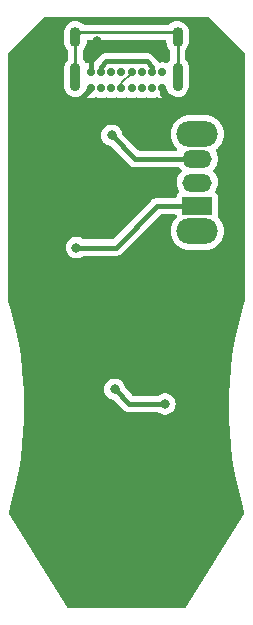
<source format=gbl>
G04 #@! TF.GenerationSoftware,KiCad,Pcbnew,7.0.9-7.0.9~ubuntu22.04.1*
G04 #@! TF.CreationDate,2023-12-24T14:58:38+01:00*
G04 #@! TF.ProjectId,UPDI programmer,55504449-2070-4726-9f67-72616d6d6572,rev?*
G04 #@! TF.SameCoordinates,Original*
G04 #@! TF.FileFunction,Copper,L2,Bot*
G04 #@! TF.FilePolarity,Positive*
%FSLAX46Y46*%
G04 Gerber Fmt 4.6, Leading zero omitted, Abs format (unit mm)*
G04 Created by KiCad (PCBNEW 7.0.9-7.0.9~ubuntu22.04.1) date 2023-12-24 14:58:38*
%MOMM*%
%LPD*%
G01*
G04 APERTURE LIST*
G04 #@! TA.AperFunction,ComponentPad*
%ADD10C,0.700000*%
G04 #@! TD*
G04 #@! TA.AperFunction,ComponentPad*
%ADD11O,0.900000X2.400000*%
G04 #@! TD*
G04 #@! TA.AperFunction,ComponentPad*
%ADD12O,0.900000X1.700000*%
G04 #@! TD*
G04 #@! TA.AperFunction,ComponentPad*
%ADD13O,3.500000X2.200000*%
G04 #@! TD*
G04 #@! TA.AperFunction,ComponentPad*
%ADD14R,2.500000X1.500000*%
G04 #@! TD*
G04 #@! TA.AperFunction,ComponentPad*
%ADD15O,2.500000X1.500000*%
G04 #@! TD*
G04 #@! TA.AperFunction,ViaPad*
%ADD16C,0.800000*%
G04 #@! TD*
G04 #@! TA.AperFunction,Conductor*
%ADD17C,0.400000*%
G04 #@! TD*
G04 #@! TA.AperFunction,Conductor*
%ADD18C,0.200000*%
G04 #@! TD*
G04 #@! TA.AperFunction,Conductor*
%ADD19C,0.250000*%
G04 #@! TD*
G04 APERTURE END LIST*
D10*
G04 #@! TO.P,J1,A1,GND*
G04 #@! TO.N,GND*
X2975000Y43975000D03*
G04 #@! TO.P,J1,A4,VBUS*
G04 #@! TO.N,Net-(F1-Pad2)*
X2125000Y43975000D03*
G04 #@! TO.P,J1,A5,CC1*
G04 #@! TO.N,Net-(J1-CC1)*
X1275000Y43975000D03*
G04 #@! TO.P,J1,A6,D+*
G04 #@! TO.N,D+*
X425000Y43975000D03*
G04 #@! TO.P,J1,A7,D-*
G04 #@! TO.N,D-*
X-425000Y43975000D03*
G04 #@! TO.P,J1,A8,SBU1*
G04 #@! TO.N,unconnected-(J1-SBU1-PadA8)*
X-1275000Y43975000D03*
G04 #@! TO.P,J1,A9,VBUS*
G04 #@! TO.N,Net-(F1-Pad2)*
X-2125000Y43975000D03*
G04 #@! TO.P,J1,A12,GND*
G04 #@! TO.N,GND*
X-2975000Y43975000D03*
G04 #@! TO.P,J1,B1,GND*
X-2975000Y45325000D03*
G04 #@! TO.P,J1,B4,VBUS*
G04 #@! TO.N,Net-(F1-Pad2)*
X-2125000Y45325000D03*
G04 #@! TO.P,J1,B5,CC2*
G04 #@! TO.N,Net-(J1-CC2)*
X-1275000Y45325000D03*
G04 #@! TO.P,J1,B6,D+*
G04 #@! TO.N,D+*
X-425000Y45325000D03*
G04 #@! TO.P,J1,B7,D-*
G04 #@! TO.N,D-*
X425000Y45325000D03*
G04 #@! TO.P,J1,B8,SBU2*
G04 #@! TO.N,unconnected-(J1-SBU2-PadB8)*
X1275000Y45325000D03*
G04 #@! TO.P,J1,B9,VBUS*
G04 #@! TO.N,Net-(F1-Pad2)*
X2125000Y45325000D03*
G04 #@! TO.P,J1,B12,GND*
G04 #@! TO.N,GND*
X2975000Y45325000D03*
D11*
G04 #@! TO.P,J1,S1,SHIELD*
G04 #@! TO.N,Net-(J1-SHIELD)*
X4325000Y44955000D03*
D12*
X4325000Y48335000D03*
D11*
X-4325000Y44955000D03*
D12*
X-4325000Y48335000D03*
G04 #@! TD*
D13*
G04 #@! TO.P,SW1,*
G04 #@! TO.N,*
X6000000Y31900000D03*
X6000000Y40100000D03*
D14*
G04 #@! TO.P,SW1,1,C*
G04 #@! TO.N,+3.3V*
X6000000Y34000000D03*
D15*
G04 #@! TO.P,SW1,2,B*
G04 #@! TO.N,VCC*
X6000000Y36000000D03*
G04 #@! TO.P,SW1,3,A*
G04 #@! TO.N,+5V*
X6000000Y38000000D03*
G04 #@! TD*
D16*
G04 #@! TO.N,GND*
X6500000Y27750000D03*
X8115932Y38350925D03*
X-4391691Y2973414D03*
X-6250000Y43250000D03*
X-2500000Y48000000D03*
X-6659203Y7868847D03*
X4250000Y42000000D03*
X5923966Y15099120D03*
X6250000Y47750000D03*
X0Y10750000D03*
X-6500000Y37500000D03*
X5826613Y8094036D03*
X-4500000Y42500000D03*
X3079411Y35727416D03*
X-7123044Y48126763D03*
X-2000000Y32000000D03*
X3000000Y47000000D03*
X-6573889Y15193648D03*
X4250000Y18500000D03*
X-6923900Y30993754D03*
X-4750000Y21750000D03*
X-7178161Y23108929D03*
G04 #@! TO.N,+5V*
X-1250000Y40000000D03*
G04 #@! TO.N,+3.3V*
X-4250000Y30500000D03*
G04 #@! TO.N,VCC*
X3250000Y17250000D03*
X-1000000Y18500000D03*
G04 #@! TD*
D17*
G04 #@! TO.N,GND*
X-3025000Y43975000D02*
X-4500000Y42500000D01*
X4250000Y42250000D02*
X4250000Y42000000D01*
X-2975000Y43975000D02*
X-3025000Y43975000D01*
X2975000Y43975000D02*
X2975000Y43525000D01*
X-2975000Y47525000D02*
X-2500000Y48000000D01*
X2975000Y43525000D02*
X4250000Y42250000D01*
X-2975000Y45325000D02*
X-2975000Y47525000D01*
G04 #@! TO.N,+5V*
X750000Y38000000D02*
X-1250000Y40000000D01*
X6000000Y38000000D02*
X750000Y38000000D01*
G04 #@! TO.N,+3.3V*
X2600000Y34000000D02*
X6000000Y34000000D01*
X-4250000Y30500000D02*
X-900000Y30500000D01*
X-900000Y30500000D02*
X2600000Y34000000D01*
D18*
G04 #@! TO.N,D-*
X425000Y45255761D02*
X-425000Y44405761D01*
X-425000Y44405761D02*
X-425000Y43975000D01*
X425000Y45325000D02*
X425000Y45255761D01*
D19*
G04 #@! TO.N,Net-(J1-SHIELD)*
X-3935000Y48725000D02*
X3935000Y48725000D01*
X-4325000Y44955000D02*
X-4325000Y48335000D01*
X-4325000Y48335000D02*
X-3935000Y48725000D01*
X4325000Y48335000D02*
X4325000Y44955000D01*
X3935000Y48725000D02*
X4325000Y48335000D01*
D17*
G04 #@! TO.N,VCC*
X3250000Y17250000D02*
X250000Y17250000D01*
X250000Y17250000D02*
X-1000000Y18500000D01*
G04 #@! TO.N,Net-(F1-Pad2)*
X-1694974Y46250000D02*
X-2125000Y45819974D01*
X2125000Y45325000D02*
X2125000Y45819974D01*
X1694974Y46250000D02*
X-1694974Y46250000D01*
X2125000Y45819974D02*
X1694974Y46250000D01*
X-2125000Y45819974D02*
X-2125000Y45325000D01*
G04 #@! TD*
G04 #@! TA.AperFunction,Conductor*
G04 #@! TO.N,GND*
G36*
X3317539Y48079815D02*
G01*
X3363294Y48027011D01*
X3374500Y47975500D01*
X3374500Y47886793D01*
X3389154Y47742678D01*
X3447022Y47558241D01*
X3447029Y47558226D01*
X3495253Y47471342D01*
X3540841Y47389209D01*
X3666760Y47242532D01*
X3666761Y47242531D01*
X3669585Y47239242D01*
X3698318Y47175553D01*
X3699500Y47158471D01*
X3699500Y46475041D01*
X3679815Y46408002D01*
X3660932Y46385167D01*
X3600083Y46327327D01*
X3600082Y46327325D01*
X3489645Y46168656D01*
X3489644Y46168654D01*
X3487920Y46164636D01*
X3443390Y46110794D01*
X3376821Y46089575D01*
X3323536Y46100262D01*
X3239108Y46137852D01*
X3064339Y46175000D01*
X2885664Y46175000D01*
X2833670Y46163949D01*
X2764003Y46169266D01*
X2710281Y46208766D01*
X2690622Y46233860D01*
X2688416Y46236859D01*
X2678797Y46250794D01*
X2653183Y46287903D01*
X2606742Y46329046D01*
X2604048Y46331582D01*
X2206573Y46729058D01*
X2204037Y46731752D01*
X2162903Y46778183D01*
X2162902Y46778184D01*
X2162898Y46778188D01*
X2111870Y46813409D01*
X2108861Y46815623D01*
X2060034Y46853876D01*
X2060029Y46853880D01*
X2050787Y46858039D01*
X2031240Y46869064D01*
X2022905Y46874817D01*
X2022906Y46874817D01*
X2022904Y46874818D01*
X1964912Y46896812D01*
X1961464Y46898241D01*
X1904904Y46923696D01*
X1894920Y46925526D01*
X1873317Y46931549D01*
X1863848Y46935140D01*
X1863844Y46935141D01*
X1802287Y46942616D01*
X1798586Y46943179D01*
X1737582Y46954358D01*
X1737577Y46954358D01*
X1675671Y46950613D01*
X1671926Y46950500D01*
X-1671926Y46950500D01*
X-1675671Y46950613D01*
X-1737578Y46954358D01*
X-1737585Y46954358D01*
X-1798588Y46943179D01*
X-1802289Y46942616D01*
X-1863846Y46935141D01*
X-1863853Y46935139D01*
X-1873327Y46931546D01*
X-1894925Y46925525D01*
X-1904905Y46923696D01*
X-1961455Y46898245D01*
X-1964914Y46896812D01*
X-2022903Y46874819D01*
X-2022911Y46874815D01*
X-2031253Y46869057D01*
X-2050785Y46858040D01*
X-2060028Y46853880D01*
X-2108839Y46815640D01*
X-2111854Y46813421D01*
X-2162902Y46778184D01*
X-2162909Y46778178D01*
X-2204039Y46731752D01*
X-2206606Y46729026D01*
X-2604034Y46331599D01*
X-2606760Y46329032D01*
X-2653182Y46287906D01*
X-2688415Y46236864D01*
X-2690634Y46233848D01*
X-2710283Y46208768D01*
X-2767123Y46168135D01*
X-2833673Y46163950D01*
X-2885664Y46175000D01*
X-3064339Y46175000D01*
X-3239111Y46137852D01*
X-3239112Y46137852D01*
X-3327045Y46098701D01*
X-3396295Y46089417D01*
X-3459572Y46119046D01*
X-3485899Y46151804D01*
X-3504341Y46185031D01*
X-3540841Y46250791D01*
X-3540842Y46250792D01*
X-3540843Y46250794D01*
X-3669586Y46400761D01*
X-3698318Y46464449D01*
X-3699500Y46481531D01*
X-3699500Y47164960D01*
X-3679815Y47231999D01*
X-3660931Y47254835D01*
X-3600083Y47312675D01*
X-3600083Y47312676D01*
X-3600081Y47312677D01*
X-3489647Y47471342D01*
X-3413413Y47648988D01*
X-3374500Y47838344D01*
X-3374500Y47975500D01*
X-3354815Y48042539D01*
X-3302011Y48088294D01*
X-3250500Y48099500D01*
X3250500Y48099500D01*
X3317539Y48079815D01*
G37*
G04 #@! TD.AperFunction*
G04 #@! TA.AperFunction,Conductor*
G36*
X7015469Y49979815D02*
G01*
X7036111Y49963181D01*
X9963181Y47036112D01*
X9996666Y46974789D01*
X9999500Y46948431D01*
X9999500Y26018274D01*
X9994270Y25982640D01*
X9845192Y25485753D01*
X9572006Y24446988D01*
X9334592Y23399468D01*
X9133228Y22344426D01*
X8968153Y21283100D01*
X8839559Y20216738D01*
X8747599Y19146596D01*
X8692379Y18073929D01*
X8673965Y17000000D01*
X8692379Y15926071D01*
X8747599Y14853404D01*
X8839559Y13783262D01*
X8968153Y12716900D01*
X9133228Y11655574D01*
X9334592Y10600532D01*
X9572006Y9553012D01*
X9845192Y8514247D01*
X9983327Y8053834D01*
X9983737Y7983965D01*
X9969709Y7952480D01*
X5036148Y58780D01*
X4983924Y12364D01*
X4930996Y500D01*
X-4930996Y500D01*
X-4998035Y20185D01*
X-5036148Y58780D01*
X-9969712Y7952483D01*
X-9988549Y8019762D01*
X-9983331Y8053827D01*
X-9845192Y8514247D01*
X-9572006Y9553012D01*
X-9334592Y10600532D01*
X-9133228Y11655574D01*
X-8968153Y12716900D01*
X-8839559Y13783262D01*
X-8747599Y14853404D01*
X-8692379Y15926071D01*
X-8673965Y17000000D01*
X-8692379Y18073929D01*
X-8714313Y18500000D01*
X-1905460Y18500000D01*
X-1885674Y18311744D01*
X-1885673Y18311741D01*
X-1827182Y18131723D01*
X-1827179Y18131716D01*
X-1732533Y17967784D01*
X-1717152Y17950702D01*
X-1605871Y17827112D01*
X-1452735Y17715852D01*
X-1452730Y17715849D01*
X-1279809Y17638858D01*
X-1279807Y17638858D01*
X-1279803Y17638856D01*
X-1124870Y17605925D01*
X-1063393Y17572734D01*
X-1062974Y17572317D01*
X-261601Y16770944D01*
X-259065Y16768250D01*
X-222390Y16726852D01*
X-217930Y16721818D01*
X-166894Y16686590D01*
X-163878Y16684370D01*
X-137510Y16663713D01*
X-115057Y16646122D01*
X-108155Y16643016D01*
X-105818Y16641964D01*
X-86267Y16630937D01*
X-77930Y16625182D01*
X-19935Y16603188D01*
X-16526Y16601777D01*
X30787Y16580483D01*
X40064Y16576307D01*
X40065Y16576307D01*
X40069Y16576305D01*
X50034Y16574479D01*
X71656Y16568452D01*
X74777Y16567269D01*
X81128Y16564860D01*
X126251Y16559382D01*
X142674Y16557387D01*
X146371Y16556825D01*
X207394Y16545642D01*
X262752Y16548991D01*
X269303Y16549387D01*
X273048Y16549500D01*
X2641844Y16549500D01*
X2708883Y16529815D01*
X2714729Y16525818D01*
X2797265Y16465852D01*
X2797270Y16465849D01*
X2970192Y16388858D01*
X2970197Y16388856D01*
X3155354Y16349500D01*
X3155355Y16349500D01*
X3344644Y16349500D01*
X3344646Y16349500D01*
X3529803Y16388856D01*
X3702730Y16465849D01*
X3855871Y16577112D01*
X3982533Y16717784D01*
X4077179Y16881716D01*
X4135674Y17061744D01*
X4155460Y17250000D01*
X4135674Y17438256D01*
X4077179Y17618284D01*
X3982533Y17782216D01*
X3855871Y17922888D01*
X3855870Y17922889D01*
X3702734Y18034149D01*
X3702729Y18034152D01*
X3529807Y18111143D01*
X3529802Y18111145D01*
X3384001Y18142135D01*
X3344646Y18150500D01*
X3155354Y18150500D01*
X3122897Y18143602D01*
X2970197Y18111145D01*
X2970192Y18111143D01*
X2797270Y18034152D01*
X2797265Y18034149D01*
X2714729Y17974182D01*
X2648923Y17950702D01*
X2641844Y17950500D01*
X591519Y17950500D01*
X524480Y17970185D01*
X503838Y17986819D01*
X-73497Y18564154D01*
X-106982Y18625477D01*
X-109135Y18638857D01*
X-114326Y18688256D01*
X-172821Y18868284D01*
X-267467Y19032216D01*
X-394129Y19172888D01*
X-394130Y19172889D01*
X-547266Y19284149D01*
X-547271Y19284152D01*
X-720193Y19361143D01*
X-720198Y19361145D01*
X-865999Y19392135D01*
X-905354Y19400500D01*
X-1094646Y19400500D01*
X-1127103Y19393602D01*
X-1279803Y19361145D01*
X-1279808Y19361143D01*
X-1452730Y19284152D01*
X-1452735Y19284149D01*
X-1605871Y19172889D01*
X-1732534Y19032215D01*
X-1827179Y18868285D01*
X-1827182Y18868278D01*
X-1885673Y18688260D01*
X-1885674Y18688256D01*
X-1905460Y18500000D01*
X-8714313Y18500000D01*
X-8747599Y19146596D01*
X-8839559Y20216738D01*
X-8968153Y21283100D01*
X-9133228Y22344426D01*
X-9334592Y23399468D01*
X-9572006Y24446988D01*
X-9845192Y25485753D01*
X-9994270Y25982640D01*
X-9999500Y26018274D01*
X-9999500Y30500000D01*
X-5155460Y30500000D01*
X-5135674Y30311744D01*
X-5135673Y30311741D01*
X-5077182Y30131723D01*
X-5077179Y30131716D01*
X-4982533Y29967784D01*
X-4878066Y29851762D01*
X-4855871Y29827112D01*
X-4702735Y29715852D01*
X-4702730Y29715849D01*
X-4529808Y29638858D01*
X-4529803Y29638856D01*
X-4344646Y29599500D01*
X-4344645Y29599500D01*
X-4155356Y29599500D01*
X-4155354Y29599500D01*
X-3970197Y29638856D01*
X-3797270Y29715849D01*
X-3781680Y29727177D01*
X-3714729Y29775818D01*
X-3648923Y29799298D01*
X-3641844Y29799500D01*
X-923048Y29799500D01*
X-919303Y29799387D01*
X-911958Y29798943D01*
X-857394Y29795642D01*
X-819686Y29802553D01*
X-796379Y29806823D01*
X-792675Y29807387D01*
X-774830Y29809554D01*
X-731128Y29814860D01*
X-721665Y29818450D01*
X-700039Y29824478D01*
X-699107Y29824649D01*
X-690068Y29826305D01*
X-633488Y29851771D01*
X-630058Y29853191D01*
X-572070Y29875182D01*
X-563734Y29880938D01*
X-544179Y29891966D01*
X-534943Y29896122D01*
X-486104Y29934387D01*
X-483124Y29936579D01*
X-432071Y29971817D01*
X-390935Y30018252D01*
X-388401Y30020944D01*
X2853837Y33263181D01*
X2915160Y33296666D01*
X2941518Y33299500D01*
X4127649Y33299500D01*
X4194688Y33279815D01*
X4240443Y33227011D01*
X4250939Y33188750D01*
X4256020Y33141473D01*
X4243612Y33072714D01*
X4217530Y33039372D01*
X4218227Y33038675D01*
X4214776Y33035224D01*
X4051161Y32843657D01*
X4051160Y32843654D01*
X3919533Y32628860D01*
X3823126Y32396111D01*
X3764317Y32151152D01*
X3744551Y31900000D01*
X3764317Y31648849D01*
X3823126Y31403890D01*
X3919533Y31171141D01*
X4051160Y30956347D01*
X4051161Y30956344D01*
X4051164Y30956341D01*
X4214776Y30764776D01*
X4363066Y30638125D01*
X4406343Y30601162D01*
X4406346Y30601161D01*
X4621140Y30469534D01*
X4853889Y30373127D01*
X5098852Y30314317D01*
X5254950Y30302032D01*
X5287116Y30299500D01*
X5287118Y30299500D01*
X6712884Y30299500D01*
X6742518Y30301833D01*
X6901148Y30314317D01*
X7146111Y30373127D01*
X7378859Y30469534D01*
X7593659Y30601164D01*
X7785224Y30764776D01*
X7948836Y30956341D01*
X8080466Y31171141D01*
X8176873Y31403889D01*
X8235683Y31648852D01*
X8255449Y31900000D01*
X8235683Y32151148D01*
X8176873Y32396111D01*
X8080466Y32628859D01*
X8080466Y32628860D01*
X7948839Y32843654D01*
X7948838Y32843657D01*
X7894298Y32907514D01*
X7785224Y33035224D01*
X7785221Y33035226D01*
X7785220Y33035228D01*
X7781779Y33038669D01*
X7782908Y33039799D01*
X7748545Y33092434D01*
X7743979Y33141478D01*
X7750499Y33202120D01*
X7750500Y33202127D01*
X7750499Y34797872D01*
X7744091Y34857483D01*
X7693796Y34992331D01*
X7693795Y34992332D01*
X7693793Y34992336D01*
X7607547Y35107545D01*
X7568401Y35136850D01*
X7526531Y35192784D01*
X7521547Y35262476D01*
X7539224Y35304424D01*
X7605635Y35405032D01*
X7694103Y35612012D01*
X7744191Y35831463D01*
X7754290Y36056330D01*
X7724075Y36279387D01*
X7654517Y36493464D01*
X7547852Y36691681D01*
X7407508Y36867666D01*
X7407507Y36867667D01*
X7363489Y36906125D01*
X7325955Y36965057D01*
X7326241Y37034926D01*
X7355448Y37085197D01*
X7363747Y37093877D01*
X7481632Y37217175D01*
X7605635Y37405032D01*
X7634181Y37471817D01*
X7694100Y37612005D01*
X7694099Y37612005D01*
X7694103Y37612012D01*
X7744191Y37831463D01*
X7754290Y38056330D01*
X7724075Y38279387D01*
X7654517Y38493464D01*
X7569313Y38651800D01*
X7554879Y38720163D01*
X7579697Y38785477D01*
X7597975Y38804850D01*
X7662878Y38860283D01*
X7785224Y38964776D01*
X7948836Y39156341D01*
X8080466Y39371141D01*
X8176873Y39603889D01*
X8235683Y39848852D01*
X8255449Y40100000D01*
X8235683Y40351148D01*
X8176873Y40596111D01*
X8145071Y40672889D01*
X8080466Y40828860D01*
X7948839Y41043654D01*
X7948838Y41043657D01*
X7911875Y41086934D01*
X7785224Y41235224D01*
X7658571Y41343396D01*
X7593656Y41398839D01*
X7593653Y41398840D01*
X7378859Y41530467D01*
X7146110Y41626874D01*
X6901150Y41685683D01*
X6712884Y41700500D01*
X6712882Y41700500D01*
X5287118Y41700500D01*
X5287116Y41700500D01*
X5098849Y41685683D01*
X4853889Y41626874D01*
X4621140Y41530467D01*
X4406346Y41398840D01*
X4406343Y41398839D01*
X4214776Y41235224D01*
X4051161Y41043657D01*
X4051160Y41043654D01*
X3919533Y40828860D01*
X3823126Y40596111D01*
X3764317Y40351152D01*
X3744551Y40100000D01*
X3764317Y39848849D01*
X3823126Y39603890D01*
X3919533Y39371141D01*
X4051160Y39156347D01*
X4051161Y39156344D01*
X4094222Y39105927D01*
X4214776Y38964776D01*
X4268619Y38918790D01*
X4306812Y38860283D01*
X4307310Y38790415D01*
X4269957Y38731369D01*
X4206610Y38701891D01*
X4188087Y38700500D01*
X1091519Y38700500D01*
X1024480Y38720185D01*
X1003838Y38736819D01*
X-323497Y40064154D01*
X-356982Y40125477D01*
X-359135Y40138857D01*
X-364326Y40188256D01*
X-422821Y40368284D01*
X-517467Y40532216D01*
X-644129Y40672888D01*
X-644130Y40672889D01*
X-797266Y40784149D01*
X-797271Y40784152D01*
X-970193Y40861143D01*
X-970198Y40861145D01*
X-1115999Y40892135D01*
X-1155354Y40900500D01*
X-1344646Y40900500D01*
X-1377103Y40893602D01*
X-1529803Y40861145D01*
X-1529808Y40861143D01*
X-1702730Y40784152D01*
X-1702735Y40784149D01*
X-1855871Y40672889D01*
X-1982534Y40532215D01*
X-2077179Y40368285D01*
X-2077182Y40368278D01*
X-2135673Y40188260D01*
X-2135674Y40188256D01*
X-2155460Y40000000D01*
X-2135674Y39811744D01*
X-2135673Y39811741D01*
X-2077182Y39631723D01*
X-2077179Y39631716D01*
X-1982533Y39467784D01*
X-1895515Y39371141D01*
X-1855871Y39327112D01*
X-1702735Y39215852D01*
X-1702730Y39215849D01*
X-1529809Y39138858D01*
X-1529807Y39138858D01*
X-1529803Y39138856D01*
X-1374870Y39105925D01*
X-1313393Y39072734D01*
X-1312974Y39072317D01*
X238399Y37520944D01*
X240935Y37518250D01*
X282071Y37471817D01*
X282073Y37471815D01*
X309021Y37453214D01*
X333117Y37436583D01*
X336107Y37434383D01*
X384943Y37396122D01*
X394180Y37391965D01*
X413726Y37380942D01*
X422070Y37375182D01*
X480052Y37353193D01*
X483514Y37351759D01*
X540068Y37326306D01*
X550030Y37324481D01*
X571651Y37318454D01*
X581125Y37314861D01*
X581128Y37314860D01*
X597871Y37312827D01*
X642689Y37307385D01*
X646386Y37306823D01*
X707394Y37295643D01*
X707395Y37295644D01*
X707396Y37295643D01*
X769293Y37299387D01*
X773037Y37299500D01*
X4399466Y37299500D01*
X4466505Y37279815D01*
X4496413Y37252813D01*
X4592489Y37132337D01*
X4592491Y37132336D01*
X4592492Y37132334D01*
X4636510Y37093876D01*
X4674044Y37034945D01*
X4673758Y36965076D01*
X4644552Y36914805D01*
X4518369Y36782827D01*
X4394363Y36594967D01*
X4305899Y36387996D01*
X4305895Y36387983D01*
X4255810Y36168543D01*
X4255808Y36168532D01*
X4250769Y36056326D01*
X4245710Y35943670D01*
X4275925Y35720613D01*
X4275926Y35720610D01*
X4345483Y35506535D01*
X4452146Y35308322D01*
X4455214Y35303675D01*
X4453612Y35302618D01*
X4476785Y35245847D01*
X4464025Y35177152D01*
X4427741Y35133962D01*
X4392452Y35107545D01*
X4306206Y34992336D01*
X4306202Y34992329D01*
X4255910Y34857487D01*
X4255909Y34857483D01*
X4250937Y34811243D01*
X4224201Y34746694D01*
X4166809Y34706846D01*
X4127649Y34700500D01*
X2623036Y34700500D01*
X2619292Y34700613D01*
X2557397Y34704357D01*
X2557390Y34704357D01*
X2496402Y34693181D01*
X2492701Y34692618D01*
X2431125Y34685140D01*
X2421642Y34681544D01*
X2400038Y34675522D01*
X2398535Y34675246D01*
X2390065Y34673694D01*
X2390063Y34673693D01*
X2333527Y34648248D01*
X2330069Y34646816D01*
X2272069Y34624818D01*
X2263724Y34619058D01*
X2244183Y34608036D01*
X2234941Y34603877D01*
X2186129Y34565636D01*
X2183114Y34563417D01*
X2132072Y34528184D01*
X2132065Y34528178D01*
X2090935Y34481752D01*
X2088368Y34479026D01*
X-1153838Y31236819D01*
X-1215161Y31203334D01*
X-1241519Y31200500D01*
X-3641844Y31200500D01*
X-3708883Y31220185D01*
X-3714729Y31224182D01*
X-3797266Y31284149D01*
X-3797271Y31284152D01*
X-3970193Y31361143D01*
X-3970198Y31361145D01*
X-4115999Y31392135D01*
X-4155354Y31400500D01*
X-4344646Y31400500D01*
X-4377103Y31393602D01*
X-4529803Y31361145D01*
X-4529808Y31361143D01*
X-4702730Y31284152D01*
X-4702735Y31284149D01*
X-4855871Y31172889D01*
X-4982534Y31032215D01*
X-5077179Y30868285D01*
X-5077182Y30868278D01*
X-5135673Y30688260D01*
X-5135674Y30688256D01*
X-5155460Y30500000D01*
X-9999500Y30500000D01*
X-9999500Y44156793D01*
X-5275500Y44156793D01*
X-5260846Y44012678D01*
X-5202978Y43828241D01*
X-5202971Y43828226D01*
X-5109161Y43659212D01*
X-5109158Y43659207D01*
X-4983242Y43512534D01*
X-4983241Y43512532D01*
X-4830376Y43394206D01*
X-4830373Y43394204D01*
X-4656816Y43309070D01*
X-4656812Y43309069D01*
X-4656814Y43309069D01*
X-4469683Y43260617D01*
X-4469680Y43260617D01*
X-4469674Y43260615D01*
X-4276610Y43250824D01*
X-4085526Y43280097D01*
X-3904247Y43347236D01*
X-3740193Y43449491D01*
X-3600081Y43582677D01*
X-3489647Y43741342D01*
X-3444500Y43846547D01*
X-3418235Y43885321D01*
X-3186874Y44116681D01*
X-3125551Y44150166D01*
X-3080191Y44146923D01*
X-3135387Y44102905D01*
X-3175000Y44020649D01*
X-3175000Y43929351D01*
X-3135387Y43847095D01*
X-3064008Y43790173D01*
X-2997532Y43775000D01*
X-2954285Y43775000D01*
X-2945190Y43747006D01*
X-2943195Y43677165D01*
X-2975440Y43621008D01*
X-3374168Y43222281D01*
X-3374167Y43222280D01*
X-3239116Y43162151D01*
X-3239111Y43162149D01*
X-3064339Y43125000D01*
X-2885661Y43125000D01*
X-2710890Y43162149D01*
X-2710889Y43162149D01*
X-2601054Y43211052D01*
X-2531804Y43220338D01*
X-2500182Y43211053D01*
X-2390345Y43162151D01*
X-2389267Y43161671D01*
X-2214391Y43124500D01*
X-2214390Y43124500D01*
X-2035611Y43124500D01*
X-2035609Y43124500D01*
X-1860733Y43161671D01*
X-1750435Y43210780D01*
X-1681186Y43220063D01*
X-1649568Y43210781D01*
X-1539267Y43161671D01*
X-1364391Y43124500D01*
X-1364390Y43124500D01*
X-1185611Y43124500D01*
X-1185609Y43124500D01*
X-1010733Y43161671D01*
X-900435Y43210780D01*
X-831186Y43220063D01*
X-799568Y43210781D01*
X-689267Y43161671D01*
X-514391Y43124500D01*
X-514390Y43124500D01*
X-335611Y43124500D01*
X-335609Y43124500D01*
X-160733Y43161671D01*
X-50435Y43210780D01*
X18814Y43220063D01*
X50432Y43210781D01*
X160733Y43161671D01*
X335609Y43124500D01*
X335610Y43124500D01*
X514389Y43124500D01*
X514391Y43124500D01*
X689267Y43161671D01*
X799565Y43210780D01*
X868814Y43220063D01*
X900432Y43210781D01*
X1010733Y43161671D01*
X1185609Y43124500D01*
X1185610Y43124500D01*
X1364389Y43124500D01*
X1364391Y43124500D01*
X1539267Y43161671D01*
X1649565Y43210780D01*
X1718814Y43220063D01*
X1750432Y43210781D01*
X1860733Y43161671D01*
X2035609Y43124500D01*
X2035610Y43124500D01*
X2214389Y43124500D01*
X2214391Y43124500D01*
X2389267Y43161671D01*
X2500179Y43211053D01*
X2569428Y43220337D01*
X2601050Y43211053D01*
X2710891Y43162149D01*
X2885661Y43125000D01*
X3064339Y43125000D01*
X3239110Y43162149D01*
X3239115Y43162151D01*
X3374165Y43222280D01*
X3374165Y43222281D01*
X2975438Y43621008D01*
X2941953Y43682331D01*
X2945188Y43747006D01*
X2954285Y43775000D01*
X2997532Y43775000D01*
X3064008Y43790173D01*
X3135387Y43847095D01*
X3175000Y43929351D01*
X3175000Y44020649D01*
X3135387Y44102905D01*
X3080197Y44146917D01*
X3103912Y44152910D01*
X3170153Y44130688D01*
X3186873Y44116681D01*
X3412567Y43890987D01*
X3443199Y43840429D01*
X3447024Y43828236D01*
X3447029Y43828226D01*
X3540839Y43659212D01*
X3540842Y43659207D01*
X3666758Y43512534D01*
X3666759Y43512532D01*
X3819624Y43394206D01*
X3819627Y43394204D01*
X3993184Y43309070D01*
X3993188Y43309069D01*
X3993186Y43309069D01*
X4180317Y43260617D01*
X4180320Y43260617D01*
X4180326Y43260615D01*
X4373390Y43250824D01*
X4564474Y43280097D01*
X4745753Y43347236D01*
X4909807Y43449491D01*
X5049919Y43582677D01*
X5160353Y43741342D01*
X5236587Y43918988D01*
X5275500Y44108344D01*
X5275500Y45753206D01*
X5260845Y45897321D01*
X5260845Y45897323D01*
X5202977Y46081760D01*
X5202975Y46081764D01*
X5202974Y46081768D01*
X5109159Y46250791D01*
X5109158Y46250792D01*
X5109157Y46250794D01*
X4980414Y46400761D01*
X4951682Y46464449D01*
X4950500Y46481531D01*
X4950500Y47164960D01*
X4970185Y47231999D01*
X4989069Y47254835D01*
X5049917Y47312675D01*
X5049917Y47312676D01*
X5049919Y47312677D01*
X5160353Y47471342D01*
X5236587Y47648988D01*
X5275500Y47838344D01*
X5275500Y48783206D01*
X5260845Y48927321D01*
X5260845Y48927323D01*
X5202977Y49111760D01*
X5202975Y49111764D01*
X5202974Y49111768D01*
X5109159Y49280791D01*
X5109158Y49280792D01*
X5109157Y49280794D01*
X4983241Y49427467D01*
X4983240Y49427469D01*
X4830375Y49545795D01*
X4830371Y49545797D01*
X4823396Y49549219D01*
X4656816Y49630930D01*
X4656814Y49630931D01*
X4656811Y49630932D01*
X4656813Y49630932D01*
X4469682Y49679384D01*
X4469676Y49679385D01*
X4340964Y49685913D01*
X4276610Y49689176D01*
X4276609Y49689176D01*
X4276607Y49689176D01*
X4085533Y49659905D01*
X4085521Y49659902D01*
X3904251Y49592766D01*
X3904242Y49592762D01*
X3740196Y49490512D01*
X3628803Y49384625D01*
X3566651Y49352705D01*
X3543371Y49350500D01*
X-3543710Y49350500D01*
X-3610749Y49370185D01*
X-3637796Y49393729D01*
X-3666762Y49427470D01*
X-3819625Y49545795D01*
X-3819629Y49545797D01*
X-3826604Y49549219D01*
X-3993184Y49630930D01*
X-3993186Y49630931D01*
X-3993189Y49630932D01*
X-3993187Y49630932D01*
X-4180318Y49679384D01*
X-4180324Y49679385D01*
X-4309036Y49685913D01*
X-4373390Y49689176D01*
X-4373391Y49689176D01*
X-4373393Y49689176D01*
X-4564467Y49659905D01*
X-4564479Y49659902D01*
X-4745749Y49592766D01*
X-4745758Y49592762D01*
X-4909804Y49490512D01*
X-5049920Y49357323D01*
X-5160354Y49198658D01*
X-5236587Y49021013D01*
X-5275500Y48831657D01*
X-5275500Y47886793D01*
X-5260846Y47742678D01*
X-5202978Y47558241D01*
X-5202971Y47558226D01*
X-5154747Y47471342D01*
X-5109159Y47389209D01*
X-4983240Y47242532D01*
X-4983239Y47242531D01*
X-4980415Y47239242D01*
X-4951682Y47175553D01*
X-4950500Y47158471D01*
X-4950500Y46475041D01*
X-4970185Y46408002D01*
X-4989068Y46385167D01*
X-5049917Y46327327D01*
X-5049918Y46327325D01*
X-5160354Y46168658D01*
X-5236587Y45991013D01*
X-5275500Y45801657D01*
X-5275500Y44156793D01*
X-9999500Y44156793D01*
X-9999500Y46948431D01*
X-9979815Y47015470D01*
X-9963181Y47036112D01*
X-7036112Y49963181D01*
X-6974789Y49996666D01*
X-6948431Y49999500D01*
X6948430Y49999500D01*
X7015469Y49979815D01*
G37*
G04 #@! TD.AperFunction*
G04 #@! TD*
M02*

</source>
